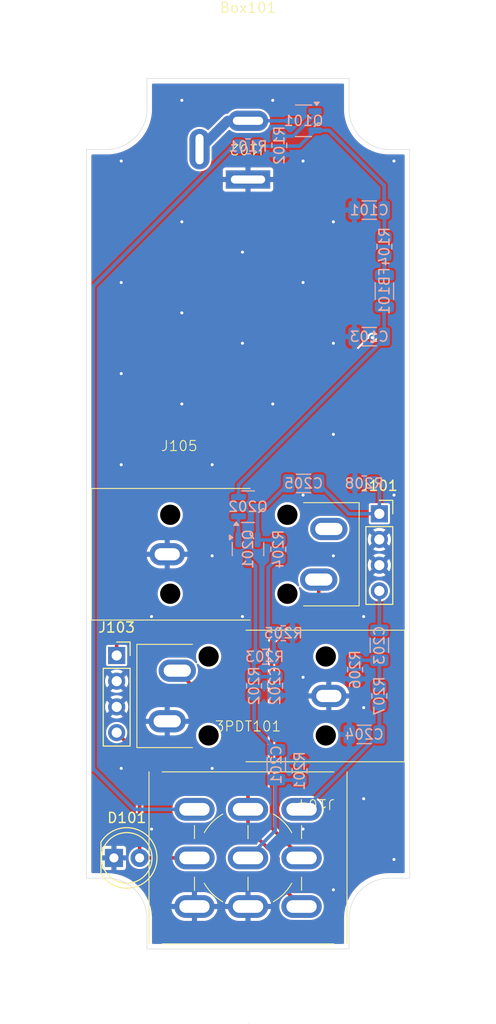
<source format=kicad_pcb>
(kicad_pcb (version 20241229) (generator "pcbnew") (generator_version "9.0")
  (layers (0 "F.Cu" jumper) (2 "B.Cu" signal) (13 "F.Paste" user) (15 "B.Paste" user) (5 "F.SilkS" user "F.Silkscreen") (7 "B.SilkS" user "B.Silkscreen") (1 "F.Mask" user) (3 "B.Mask" user) (25 "Edge.Cuts" user))
  (net 0 "")
  (net 1 "VIN")
  (net 2 "GND")
  (net 3 "IN^{EFF}")
  (net 4 "IN^{CONN}")
  (net 5 "OUT^{CONN}")
  (net 6 "PWRIN")
  (net 7 "INPUT")
  (net 8 "OUTPUT")
  (net 9 "Net-(3PDT101A-A1)")
  (net 10 "LEDPWR")
  (net 11 "OUT^{EFF}")
  (net 12 "Net-(Q201-G)")
  (net 13 "Net-(C203-Pad2)")
  (net 14 "+VA")
  (net 15 "Net-(Q201-S)")
  (net 16 "Net-(FB101-Pad1)")
  (net 18 "Net-(Q101-G)")
  (net 19 "Net-(Q201-D)")
  (net 20 "Net-(R203-Pad2)")
  (net 21 "Net-(C201-Pad2)")
  (footprint "Mylib:CK-6.35" (layer "F.Cu") (at 92 104)
    (property "Reference" "J105" (at 1.2 -10.7 0) (layer "F.SilkS") (effects (font (thickness 0.1))))
    (property "Value" "Output")
    (fp_line (start -7.5 -6.5) (end -7.5 6.5) (stroke (width 0.1)) (layer "F.SilkS"))
    (fp_line (start -7.5 -6.5) (end 8.2 -6.5) (stroke (width 0.1)) (layer "F.SilkS"))
    (fp_line (start -7.5 6.5) (end 8.2 6.5) (stroke (width 0.1)) (layer "F.SilkS"))
    (fp_line (start 13.5 -5.1) (end 19 -5.1) (stroke (width 0.1)) (layer "F.SilkS"))
    (fp_line (start 19 -5.1) (end 19 5.1) (stroke (width 0.1)) (layer "F.SilkS"))
    (fp_line (start 19 5.1) (end 13.5 5.1) (stroke (width 0.1)) (layer "F.SilkS"))
    (pad "" np_thru_hole circle (at 0.3 -3.9) (size 2.54 2.54) (drill 2) (layers "*.Mask"))
    (pad "" np_thru_hole circle (at 0.3 3.9) (size 2.54 2.54) (drill 2) (layers "*.Mask"))
    (pad "" np_thru_hole circle (at 11.9 -3.9) (size 2.54 2.54) (drill 2) (layers "*.Mask"))
    (pad "" np_thru_hole circle (at 11.9 3.9) (size 2.54 2.54) (drill 2) (layers "*.Mask"))
    (pad "S" thru_hole oval (at 0 0) (size 3.5 2.2) (drill oval 2.5 1.2) (layers "*.Cu" "*.Mask") (net 2 "GND"))
    (pad "T" thru_hole oval (at 15 2.5) (size 3.7 2.2) (drill oval 2.7 1.2) (layers "*.Cu" "*.Mask") (net 5 "OUT^{CONN}"))
    (pad "TN" thru_hole oval (at 16 -2.5) (size 3.7 2.2) (drill oval 2.7 1.2) (layers "*.Cu" "*.Mask"))
  )
  (footprint "Connector_PinSocket_2.54mm:PinSocket_1x04_P2.54mm_Vertical" (layer "F.Cu") (at 87 114)
    (property "Reference" "J103" (at 0 -2.77 0) (layer "F.SilkS"))
    (property "Value" "Conn_01x04_Pin")
    (fp_line (start -1.33 1.27) (end -1.33 8.95) (stroke (width 0.12)) (layer "F.SilkS"))
    (fp_line (start -1.33 1.27) (end 1.33 1.27) (stroke (width 0.12)) (layer "F.SilkS"))
    (fp_line (start -1.33 8.95) (end 1.33 8.95) (stroke (width 0.12)) (layer "F.SilkS"))
    (fp_line (start 0 -1.33) (end 1.33 -1.33) (stroke (width 0.12)) (layer "F.SilkS"))
    (fp_line (start 1.33 -1.33) (end 1.33 0) (stroke (width 0.12)) (layer "F.SilkS"))
    (fp_line (start 1.33 1.27) (end 1.33 8.95) (stroke (width 0.12)) (layer "F.SilkS"))
    (pad "1" thru_hole rect (at 0 0) (size 1.7 1.7) (drill 1) (layers "*.Cu" "*.Mask") (net 14 "+VA"))
    (pad "2" thru_hole circle (at 0 2.54) (size 1.7 1.7) (drill 1) (layers "*.Cu" "*.Mask") (net 2 "GND"))
    (pad "3" thru_hole circle (at 0 5.08) (size 1.7 1.7) (drill 1) (layers "*.Cu" "*.Mask") (net 2 "GND"))
    (pad "4" thru_hole circle (at 0 7.62) (size 1.7 1.7) (drill 1) (layers "*.Cu" "*.Mask") (net 10 "LEDPWR"))
  )
  (footprint "Connector_PinSocket_2.54mm:PinSocket_1x04_P2.54mm_Vertical" (layer "F.Cu") (at 113 100)
    (property "Reference" "J101" (at 0 -2.77 0) (layer "F.SilkS"))
    (property "Value" "Conn_01x04_Pin")
    (fp_line (start -1.33 1.27) (end -1.33 8.95) (stroke (width 0.12)) (layer "F.SilkS"))
    (fp_line (start -1.33 1.27) (end 1.33 1.27) (stroke (width 0.12)) (layer "F.SilkS"))
    (fp_line (start -1.33 8.95) (end 1.33 8.95) (stroke (width 0.12)) (layer "F.SilkS"))
    (fp_line (start 0 -1.33) (end 1.33 -1.33) (stroke (width 0.12)) (layer "F.SilkS"))
    (fp_line (start 1.33 -1.33) (end 1.33 0) (stroke (width 0.12)) (layer "F.SilkS"))
    (fp_line (start 1.33 1.27) (end 1.33 8.95) (stroke (width 0.12)) (layer "F.SilkS"))
    (pad "1" thru_hole rect (at 0 0) (size 1.7 1.7) (drill 1) (layers "*.Cu" "*.Mask") (net 3 "IN^{EFF}"))
    (pad "2" thru_hole circle (at 0 2.54) (size 1.7 1.7) (drill 1) (layers "*.Cu" "*.Mask") (net 2 "GND"))
    (pad "3" thru_hole circle (at 0 5.08) (size 1.7 1.7) (drill 1) (layers "*.Cu" "*.Mask") (net 2 "GND"))
    (pad "4" thru_hole circle (at 0 7.62) (size 1.7 1.7) (drill 1) (layers "*.Cu" "*.Mask") (net 11 "OUT^{EFF}"))
  )
  (footprint "Mylib:Wurth WR-DC 2.1mm Power Jack" (layer "F.Cu") (at 100 67 180)
    (property "Reference" "J102" (at 0 3 180) (layer "F.SilkS") (effects (font (thickness 0.1))))
    (property "Value" "Barrel_Jack_Switch")
    (pad "1" thru_hole rect (at 0 0.025 180) (size 4.4 1.8) (drill oval 3.4 0.8) (layers "*.Cu" "*.Mask") (net 2 "GND"))
    (pad "2" thru_hole oval (at 0 5.825 180) (size 4 2) (drill oval 3 0.8) (layers "*.Cu" "*.Mask") (net 6 "PWRIN"))
    (pad "3" thru_hole oval (at 4.8 3.025 180) (size 2 4) (drill oval 0.8 3) (layers "*.Cu" "*.Mask") (net 6 "PWRIN"))
  )
  (footprint "Mylib:1590A" (layer "F.Cu") (at 100 100)
    (property "Reference" "Box101" (at 0 -50 0) (layer "F.SilkS") (effects (font (thickness 0.1))))
    (property "Value" "1590A")
    (fp_line (start 0.05 50.375) (end 0.05 50.375) (stroke (width 0.1)) (layer "F.SilkS"))
  )
  (footprint "Mylib:3PDT-Stomp-Switch" (layer "F.Cu") (at 100 134)
    (property "Reference" "3PDT101" (at 0 -13 0) (layer "F.SilkS") (effects (font (thickness 0.1))))
    (property "Value" "~")
    (fp_line (start -9.8 -8.5) (end -9.8 8.5) (stroke (width 0.1)) (layer "F.SilkS"))
    (fp_line (start -8.5 -8.5) (end 8.5 -8.5) (stroke (width 0.1)) (layer "F.SilkS"))
    (fp_line (start -8.5 8.5) (end 8.5 8.5) (stroke (width 0.1)) (layer "F.SilkS"))
    (fp_line (start -5.3 -3.2) (end -5.3 -1.9) (stroke (width 0.1)) (layer "F.SilkS"))
    (fp_line (start -5.3 1.9) (end -5.3 3.2) (stroke (width 0.1)) (layer "F.SilkS"))
    (fp_line (start 0 -3.2) (end 0 -1.9) (stroke (width 0.1)) (layer "F.SilkS"))
    (fp_line (start 0 1.9) (end 0 3.2) (stroke (width 0.1)) (layer "F.SilkS"))
    (fp_line (start 5.3 -3.2) (end 5.3 -1.9) (stroke (width 0.1)) (layer "F.SilkS"))
    (fp_line (start 5.3 1.9) (end 5.3 3.2) (stroke (width 0.1)) (layer "F.SilkS"))
    (fp_line (start 9.8 -8.5) (end 9.8 8.5) (stroke (width 0.1)) (layer "F.SilkS"))
    (fp_arc (start -4.33 -2.5) (mid -3.535462 -3.535462) (end -2.5 -4.33) (stroke (width 0.1)) (layer "F.SilkS"))
    (fp_arc (start -2.5 4.33) (mid -3.535462 3.535462) (end -4.33 2.5) (stroke (width 0.1)) (layer "F.SilkS"))
    (fp_arc (start 2.5 -4.33) (mid 3.535462 -3.535462) (end 4.33 -2.5) (stroke (width 0.1)) (layer "F.SilkS"))
    (fp_arc (start 4.33 2.5) (mid 3.535462 3.535462) (end 2.5 4.33) (stroke (width 0.1)) (layer "F.SilkS"))
    (pad "1" thru_hole oval (at -5.3 -4.8) (size 4 2.25) (drill oval 3 1.25) (layers "*.Cu" "*.Mask") (net 9 "Net-(3PDT101A-A1)"))
    (pad "2" thru_hole oval (at -5.3 0) (size 4 2.25) (drill oval 3 1.25) (layers "*.Cu" "*.Mask") (net 10 "LEDPWR"))
    (pad "3" thru_hole oval (at -5.3 4.8) (size 4 2.25) (drill oval 3 1.25) (layers "*.Cu" "*.Mask") (net 2 "GND"))
    (pad "4" thru_hole oval (at 0 -4.8) (size 4 2.25) (drill oval 3 1.25) (layers "*.Cu" "*.Mask") (net 4 "IN^{CONN}"))
    (pad "5" thru_hole oval (at 0 0) (size 4 2.25) (drill oval 3 1.25) (layers "*.Cu" "*.Mask") (net 7 "INPUT"))
    (pad "6" thru_hole oval (at 0 4.8) (size 4 2.25) (drill oval 3 1.25) (layers "*.Cu" "*.Mask") (net 2 "GND"))
    (pad "7" thru_hole oval (at 5.3 -4.8) (size 4 2.25) (drill oval 3 1.25) (layers "*.Cu" "*.Mask") (net 8 "OUTPUT"))
    (pad "8" thru_hole oval (at 5.3 0) (size 4 2.25) (drill oval 3 1.25) (layers "*.Cu" "*.Mask") (net 5 "OUT^{CONN}"))
    (pad "9" thru_hole oval (at 5.3 4.8) (size 4 2.25) (drill oval 3 1.25) (layers "*.Cu" "*.Mask") (net 4 "IN^{CONN}"))
  )
  (footprint "Mylib:CK-6.35" (layer "F.Cu") (at 108 118 180)
    (property "Reference" "J104" (at 1.2 -10.7 180) (layer "F.SilkS") (effects (font (thickness 0.1))))
    (property "Value" "Input")
    (fp_line (start 19 5.1) (end 13.5 5.1) (stroke (width 0.1)) (layer "F.SilkS"))
    (fp_line (start 19 -5.1) (end 19 5.1) (stroke (width 0.1)) (layer "F.SilkS"))
    (fp_line (start 13.5 -5.1) (end 19 -5.1) (stroke (width 0.1)) (layer "F.SilkS"))
    (fp_line (start -7.5 6.5) (end 8.2 6.5) (stroke (width 0.1)) (layer "F.SilkS"))
    (fp_line (start -7.5 -6.5) (end 8.2 -6.5) (stroke (width 0.1)) (layer "F.SilkS"))
    (fp_line (start -7.5 -6.5) (end -7.5 6.5) (stroke (width 0.1)) (layer "F.SilkS"))
    (pad "" np_thru_hole circle (at 0.3 -3.9 180) (size 2.54 2.54) (drill 2) (layers "*.Mask"))
    (pad "" np_thru_hole circle (at 0.3 3.9 180) (size 2.54 2.54) (drill 2) (layers "*.Mask"))
    (pad "" np_thru_hole circle (at 11.9 -3.9 180) (size 2.54 2.54) (drill 2) (layers "*.Mask"))
    (pad "" np_thru_hole circle (at 11.9 3.9 180) (size 2.54 2.54) (drill 2) (layers "*.Mask"))
    (pad "S" thru_hole oval (at 0 0 180) (size 3.5 2.2) (drill oval 2.5 1.2) (layers "*.Cu" "*.Mask") (net 2 "GND"))
    (pad "T" thru_hole oval (at 15 2.5 180) (size 3.7 2.2) (drill oval 2.7 1.2) (layers "*.Cu" "*.Mask") (net 4 "IN^{CONN}"))
    (pad "TN" thru_hole oval (at 16 -2.5 180) (size 3.7 2.2) (drill oval 2.7 1.2) (layers "*.Cu" "*.Mask") (net 2 "GND"))
  )
  (footprint "LED_THT:LED_D5.0mm" (layer "F.Cu") (at 86.73 134)
    (property "Reference" "D101" (at 1.27 -3.96 0) (layer "F.SilkS"))
    (property "Value" "LED")
    (fp_line (start -1.29 -1.545) (end -1.29 1.545) (stroke (width 0.12)) (layer "F.SilkS"))
    (fp_arc (start -1.29 -1.54483) (mid 2.071779 -2.880495) (end 4.26 0) (stroke (width 0.12)) (layer "F.SilkS"))
    (fp_arc (start 4.26 0) (mid 2.071779 2.880495) (end -1.29 1.54483) (stroke (width 0.12)) (layer "F.SilkS"))
    (fp_circle (center 1.27 0) (end 3.77 0) (stroke (width 0.12)) (fill no) (layer "F.SilkS"))
    (pad "1" thru_hole rect (at 0 0) (size 1.8 1.8) (drill 0.9) (layers "*.Cu" "*.Mask") (net 2 "GND"))
    (pad "2" thru_hole circle (at 2.54 0) (size 1.8 1.8) (drill 0.9) (layers "*.Cu" "*.Mask") (net 10 "LEDPWR"))
  )
  (footprint "Inductor_SMD:L_1206_3216Metric" (layer "B.Cu") (at 113.5 78 -90)
    (property "Reference" "FB101" (at 0 0 90) (layer "B.SilkS") (effects (justify mirror)))
    (property "Value" "FerriteBead")
    (fp_line (start -0.835242 0.91) (end 0.835242 0.91) (stroke (width 0.12)) (layer "B.SilkS"))
    (fp_line (start -0.835242 -0.91) (end 0.835242 -0.91) (stroke (width 0.12)) (layer "B.SilkS"))
    (pad "1" smd roundrect (at -1.575 0 270) (size 1.05 1.9) (layers "B.Cu" "B.Mask" "B.Paste") (roundrect_rratio 0.238095) (net 16 "Net-(FB101-Pad1)"))
    (pad "2" smd roundrect (at 1.575 0 270) (size 1.05 1.9) (layers "B.Cu" "B.Mask" "B.Paste") (roundrect_rratio 0.238095) (net 14 "+VA"))
  )
  (footprint "Resistor_SMD:R_0805_2012Metric" (layer "B.Cu") (at 100 63.7)
    (property "Reference" "R101" (at 0 0 180) (layer "B.SilkS") (effects (justify mirror)))
    (property "Value" "3k3")
    (fp_line (start -0.227064 -0.735) (end 0.227064 -0.735) (stroke (width 0.12)) (layer "B.SilkS"))
    (fp_line (start -0.227064 0.735) (end 0.227064 0.735) (stroke (width 0.12)) (layer "B.SilkS"))
    (pad "1" smd roundrect (at -0.9125 0) (size 1.025 1.4) (layers "B.Cu" "B.Mask" "B.Paste") (roundrect_rratio 0.243902) (net 9 "Net-(3PDT101A-A1)"))
    (pad "2" smd roundrect (at 0.9125 0) (size 1.025 1.4) (layers "B.Cu" "B.Mask" "B.Paste") (roundrect_rratio 0.243902) (net 1 "VIN"))
  )
  (footprint "Capacitor_SMD:C_1206_3216Metric" (layer "B.Cu") (at 102.8 124.8 90)
    (property "Reference" "C201" (at 0 0 270) (layer "B.SilkS") (effects (justify mirror)))
    (property "Value" "1uF")
    (fp_line (start -0.711252 -0.91) (end 0.711252 -0.91) (stroke (width 0.12)) (layer "B.SilkS"))
    (fp_line (start -0.711252 0.91) (end 0.711252 0.91) (stroke (width 0.12)) (layer "B.SilkS"))
    (pad "1" smd roundrect (at -1.475 0 90) (size 1.15 1.8) (layers "B.Cu" "B.Mask" "B.Paste") (roundrect_rratio 0.217391) (net 7 "INPUT"))
    (pad "2" smd roundrect (at 1.475 0 90) (size 1.15 1.8) (layers "B.Cu" "B.Mask" "B.Paste") (roundrect_rratio 0.217391) (net 21 "Net-(C201-Pad2)"))
  )
  (footprint "Capacitor_SMD:C_1206_3216Metric" (layer "B.Cu") (at 112 82.5 180)
    (property "Reference" "C103" (at 0 0 0) (layer "B.SilkS") (effects (justify mirror)))
    (property "Value" "22uF")
    (fp_line (start -0.711252 0.91) (end 0.711252 0.91) (stroke (width 0.12)) (layer "B.SilkS"))
    (fp_line (start -0.711252 -0.91) (end 0.711252 -0.91) (stroke (width 0.12)) (layer "B.SilkS"))
    (pad "1" smd roundrect (at -1.475 0 180) (size 1.15 1.8) (layers "B.Cu" "B.Mask" "B.Paste") (roundrect_rratio 0.217391) (net 14 "+VA"))
    (pad "2" smd roundrect (at 1.475 0 180) (size 1.15 1.8) (layers "B.Cu" "B.Mask" "B.Paste") (roundrect_rratio 0.217391) (net 2 "GND"))
  )
  (footprint "Resistor_SMD:R_0805_2012Metric" (layer "B.Cu") (at 103 103.5 -90)
    (property "Reference" "R204" (at 0 0 90) (layer "B.SilkS") (effects (justify mirror)))
    (property "Value" "2k2")
    (fp_line (start -0.227064 0.735) (end 0.227064 0.735) (stroke (width 0.12)) (layer "B.SilkS"))
    (fp_line (start -0.227064 -0.735) (end 0.227064 -0.735) (stroke (width 0.12)) (layer "B.SilkS"))
    (pad "1" smd roundrect (at -0.9125 0 270) (size 1.025 1.4) (layers "B.Cu" "B.Mask" "B.Paste") (roundrect_rratio 0.243902) (net 15 "Net-(Q201-S)"))
    (pad "2" smd roundrect (at 0.9125 0 270) (size 1.025 1.4) (layers "B.Cu" "B.Mask" "B.Paste") (roundrect_rratio 0.243902) (net 20 "Net-(R203-Pad2)"))
  )
  (footprint "Capacitor_SMD:C_1206_3216Metric" (layer "B.Cu") (at 112 70 180)
    (property "Reference" "C101" (at 0 0 0) (layer "B.SilkS") (effects (justify mirror)))
    (property "Value" "22uF")
    (fp_line (start -0.711252 0.91) (end 0.711252 0.91) (stroke (width 0.12)) (layer "B.SilkS"))
    (fp_line (start -0.711252 -0.91) (end 0.711252 -0.91) (stroke (width 0.12)) (layer "B.SilkS"))
    (pad "1" smd roundrect (at -1.475 0 180) (size 1.15 1.8) (layers "B.Cu" "B.Mask" "B.Paste") (roundrect_rratio 0.217391) (net 1 "VIN"))
    (pad "2" smd roundrect (at 1.475 0 180) (size 1.15 1.8) (layers "B.Cu" "B.Mask" "B.Paste") (roundrect_rratio 0.217391) (net 2 "GND"))
  )
  (footprint "Capacitor_SMD:C_0805_2012Metric" (layer "B.Cu") (at 102.68 117 -90)
    (property "Reference" "C202" (at 0 0 90) (layer "B.SilkS") (effects (justify mirror)))
    (property "Value" "150pF")
    (fp_line (start -0.261252 0.735) (end 0.261252 0.735) (stroke (width 0.12)) (layer "B.SilkS"))
    (fp_line (start -0.261252 -0.735) (end 0.261252 -0.735) (stroke (width 0.12)) (layer "B.SilkS"))
    (pad "1" smd roundrect (at -0.95 0 270) (size 1 1.45) (layers "B.Cu" "B.Mask" "B.Paste") (net 12 "Net-(Q201-G)"))
    (pad "2" smd roundrect (at 0.95 0 270) (size 1 1.45) (layers "B.Cu" "B.Mask" "B.Paste") (net 2 "GND"))
  )
  (footprint "Capacitor_SMD:C_1206_3216Metric" (layer "B.Cu") (at 105.5 97)
    (property "Reference" "C205" (at 0 0 180) (layer "B.SilkS") (effects (justify mirror)))
    (property "Value" "1uF")
    (fp_line (start -0.711252 -0.91) (end 0.711252 -0.91) (stroke (width 0.12)) (layer "B.SilkS"))
    (fp_line (start -0.711252 0.91) (end 0.711252 0.91) (stroke (width 0.12)) (layer "B.SilkS"))
    (pad "1" smd roundrect (at -1.475 0) (size 1.15 1.8) (layers "B.Cu" "B.Mask" "B.Paste") (roundrect_rratio 0.217391) (net 15 "Net-(Q201-S)"))
    (pad "2" smd roundrect (at 1.475 0) (size 1.15 1.8) (layers "B.Cu" "B.Mask" "B.Paste") (roundrect_rratio 0.217391) (net 3 "IN^{EFF}"))
  )
  (footprint "Resistor_SMD:R_0805_2012Metric" (layer "B.Cu") (at 113.5 73.6 -90)
    (property "Reference" "R104" (at 0 0 90) (layer "B.SilkS") (effects (justify mirror)))
    (property "Value" "100R")
    (fp_line (start -0.227064 0.735) (end 0.227064 0.735) (stroke (width 0.12)) (layer "B.SilkS"))
    (fp_line (start -0.227064 -0.735) (end 0.227064 -0.735) (stroke (width 0.12)) (layer "B.SilkS"))
    (pad "1" smd roundrect (at -0.9125 0 270) (size 1.025 1.4) (layers "B.Cu" "B.Mask" "B.Paste") (roundrect_rratio 0.243902) (net 1 "VIN"))
    (pad "2" smd roundrect (at 0.9125 0 270) (size 1.025 1.4) (layers "B.Cu" "B.Mask" "B.Paste") (roundrect_rratio 0.243902) (net 16 "Net-(FB101-Pad1)"))
  )
  (footprint "Resistor_SMD:R_0805_2012Metric" (layer "B.Cu") (at 101.65 114.12)
    (property "Reference" "R203" (at 0 0 180) (layer "B.SilkS") (effects (justify mirror)))
    (property "Value" "1MEG")
    (fp_line (start -0.227064 -0.735) (end 0.227064 -0.735) (stroke (width 0.12)) (layer "B.SilkS"))
    (fp_line (start -0.227064 0.735) (end 0.227064 0.735) (stroke (width 0.12)) (layer "B.SilkS"))
    (pad "1" smd roundrect (at -0.9125 0) (size 1.025 1.4) (layers "B.Cu" "B.Mask" "B.Paste") (roundrect_rratio 0.243902) (net 12 "Net-(Q201-G)"))
    (pad "2" smd roundrect (at 0.9125 0) (size 1.025 1.4) (layers "B.Cu" "B.Mask" "B.Paste") (roundrect_rratio 0.243902) (net 20 "Net-(R203-Pad2)"))
  )
  (footprint "Capacitor_SMD:C_1206_3216Metric" (layer "B.Cu") (at 111.5 121.8)
    (property "Reference" "C204" (at 0 0 180) (layer "B.SilkS") (effects (justify mirror)))
    (property "Value" "1nF")
    (fp_line (start -0.711252 -0.91) (end 0.711252 -0.91) (stroke (width 0.12)) (layer "B.SilkS"))
    (fp_line (start -0.711252 0.91) (end 0.711252 0.91) (stroke (width 0.12)) (layer "B.SilkS"))
    (pad "1" smd roundrect (at -1.475 0) (size 1.15 1.8) (layers "B.Cu" "B.Mask" "B.Paste") (roundrect_rratio 0.217391) (net 2 "GND"))
    (pad "2" smd roundrect (at 1.475 0) (size 1.15 1.8) (layers "B.Cu" "B.Mask" "B.Paste") (roundrect_rratio 0.217391) (net 8 "OUTPUT"))
  )
  (footprint "Resistor_SMD:R_0805_2012Metric" (layer "B.Cu") (at 111.5 97 180)
    (property "Reference" "R208" (at 0 0 0) (layer "B.SilkS") (effects (justify mirror)))
    (property "Value" "1MEG")
    (fp_line (start -0.227064 0.735) (end 0.227064 0.735) (stroke (width 0.12)) (layer "B.SilkS"))
    (fp_line (start -0.227064 -0.735) (end 0.227064 -0.735) (stroke (width 0.12)) (layer "B.SilkS"))
    (pad "1" smd roundrect (at -0.9125 0 180) (size 1.025 1.4) (layers "B.Cu" "B.Mask" "B.Paste") (roundrect_rratio 0.243902) (net 3 "IN^{EFF}"))
    (pad "2" smd roundrect (at 0.9125 0 180) (size 1.025 1.4) (layers "B.Cu" "B.Mask" "B.Paste") (roundrect_rratio 0.243902) (net 2 "GND"))
  )
  (footprint "Resistor_SMD:R_0805_2012Metric" (layer "B.Cu") (at 105.1 125.4 90)
    (property "Reference" "R201" (at 0 0 270) (layer "B.SilkS") (effects (justify mirror)))
    (property "Value" "1MEG")
    (fp_line (start -0.227064 -0.735) (end 0.227064 -0.735) (stroke (width 0.12)) (layer "B.SilkS"))
    (fp_line (start -0.227064 0.735) (end 0.227064 0.735) (stroke (width 0.12)) (layer "B.SilkS"))
    (pad "1" smd roundrect (at -0.9125 0 90) (size 1.025 1.4) (layers "B.Cu" "B.Mask" "B.Paste") (roundrect_rratio 0.243902) (net 7 "INPUT"))
    (pad "2" smd roundrect (at 0.9125 0 90) (size 1.025 1.4) (layers "B.Cu" "B.Mask" "B.Paste") (roundrect_rratio 0.243902) (net 2 "GND"))
  )
  (footprint "Resistor_SMD:R_0805_2012Metric" (layer "B.Cu") (at 110.6 115.4 -90)
    (property "Reference" "R206" (at 0 0 90) (layer "B.SilkS") (effects (justify mirror)))
    (property "Value" "1MEG")
    (fp_line (start -0.227064 0.735) (end 0.227064 0.735) (stroke (width 0.12)) (layer "B.SilkS"))
    (fp_line (start -0.227064 -0.735) (end 0.227064 -0.735) (stroke (width 0.12)) (layer "B.SilkS"))
    (pad "1" smd roundrect (at -0.9125 0 270) (size 1.025 1.4) (layers "B.Cu" "B.Mask" "B.Paste") (roundrect_rratio 0.243902) (net 13 "Net-(C203-Pad2)"))
    (pad "2" smd roundrect (at 0.9125 0 270) (size 1.025 1.4) (layers "B.Cu" "B.Mask" "B.Paste") (roundrect_rratio 0.243902) (net 2 "GND"))
  )
  (footprint "Package_TO_SOT_SMD:SOT-23-3" (layer "B.Cu") (at 105.5 61.175 180)
    (property "Reference" "Q101" (at 0 0 0) (layer "B.SilkS") (effects (justify mirror)))
    (property "Value" "PMV250")
    (fp_line (start 0 1.56) (end 0.8 1.56) (stroke (width 0.12)) (layer "B.SilkS"))
    (fp_line (start 0 1.56) (end -0.8 1.56) (stroke (width 0.12)) (layer "B.SilkS"))
    (fp_line (start 0 -1.56) (end 0.8 -1.56) (stroke (width 0.12)) (layer "B.SilkS"))
    (fp_line (start 0 -1.56) (end -0.8 -1.56) (stroke (width 0.12)) (layer "B.SilkS"))
    (fp_poly (pts (xy -1.3 1.51) (xy -1.54 1.84) (xy -1.06 1.84)) (stroke (width 0.12)) (fill yes) (layer "B.SilkS"))
    (pad "1" smd roundrect (at -1.1375 0.95 180) (size 1.325 0.6) (layers "B.Cu" "B.Mask" "B.Paste") (net 18 "Net-(Q101-G)"))
    (pad "2" smd roundrect (at -1.1375 -0.95 180) (size 1.325 0.6) (layers "B.Cu" "B.Mask" "B.Paste") (net 1 "VIN"))
    (pad "3" smd roundrect (at 1.1375 0 180) (size 1.325 0.6) (layers "B.Cu" "B.Mask" "B.Paste") (net 6 "PWRIN"))
  )
  (footprint "Package_TO_SOT_SMD:SOT-23" (layer "B.Cu") (at 100 99.3)
    (property "Reference" "Q202" (at 0 0 180) (layer "B.SilkS") (effects (justify mirror)))
    (property "Value" "BC857C")
    (fp_line (start 0 -1.56) (end -0.65 -1.56) (stroke (width 0.12)) (layer "B.SilkS"))
    (fp_line (start 0 -1.56) (end 0.65 -1.56) (stroke (width 0.12)) (layer "B.SilkS"))
    (fp_line (start 0 1.56) (end -0.65 1.56) (stroke (width 0.12)) (layer "B.SilkS"))
    (fp_line (start 0 1.56) (end 0.65 1.56) (stroke (width 0.12)) (layer "B.SilkS"))
    (fp_poly (pts (xy -1.1625 1.51) (xy -1.4025 1.84) (xy -0.9225 1.84)) (stroke (width 0.12)) (fill yes) (layer "B.SilkS"))
    (pad "1" smd roundrect (at -0.9375 0.95) (size 1.475 0.6) (layers "B.Cu" "B.Mask" "B.Paste") (net 19 "Net-(Q201-D)"))
    (pad "2" smd roundrect (at -0.9375 -0.95) (size 1.475 0.6) (layers "B.Cu" "B.Mask" "B.Paste") (net 14 "+VA"))
    (pad "3" smd roundrect (at 0.9375 0) (size 1.475 0.6) (layers "B.Cu" "B.Mask" "B.Paste") (net 15 "Net-(Q201-S)"))
  )
  (footprint "Capacitor_SMD:C_1206_3216Metric" (layer "B.Cu") (at 113 113 -90)
    (property "Reference" "C203" (at 0 0 90) (layer "B.SilkS") (effects (justify mirror)))
    (property "Value" "1uF")
    (fp_line (start -0.711252 0.91) (end 0.711252 0.91) (stroke (width 0.12)) (layer "B.SilkS"))
    (fp_line (start -0.711252 -0.91) (end 0.711252 -0.91) (stroke (width 0.12)) (layer "B.SilkS"))
    (pad "1" smd roundrect (at -1.475 0 270) (size 1.15 1.8) (layers "B.Cu" "B.Mask" "B.Paste") (roundrect_rratio 0.217391) (net 11 "OUT^{EFF}"))
    (pad "2" smd roundrect (at 1.475 0 270) (size 1.15 1.8) (layers "B.Cu" "B.Mask" "B.Paste") (roundrect_rratio 0.217391) (net 13 "Net-(C203-Pad2)"))
  )
  (footprint "Resistor_SMD:R_0805_2012Metric" (layer "B.Cu") (at 103.5 111.8)
    (property "Reference" "R205" (at 0 0 180) (layer "B.SilkS") (effects (justify mirror)))
    (property "Value" "2k2")
    (fp_line (start -0.227064 -0.735) (end 0.227064 -0.735) (stroke (width 0.12)) (layer "B.SilkS"))
    (fp_line (start -0.227064 0.735) (end 0.227064 0.735) (stroke (width 0.12)) (layer "B.SilkS"))
    (pad "1" smd roundrect (at -0.9125 0) (size 1.025 1.4) (layers "B.Cu" "B.Mask" "B.Paste") (roundrect_rratio 0.243902) (net 20 "Net-(R203-Pad2)"))
    (pad "2" smd roundrect (at 0.9125 0) (size 1.025 1.4) (layers "B.Cu" "B.Mask" "B.Paste") (roundrect_rratio 0.243902) (net 2 "GND"))
  )
  (footprint "Resistor_SMD:R_0805_2012Metric" (layer "B.Cu") (at 103.1 63.6 -90)
    (property "Reference" "R102" (at 0 0 90) (layer "B.SilkS") (effects (justify mirror)))
    (property "Value" "100k")
    (fp_line (start -0.227064 0.735) (end 0.227064 0.735) (stroke (width 0.12)) (layer "B.SilkS"))
    (fp_line (start -0.227064 -0.735) (end 0.227064 -0.735) (stroke (width 0.12)) (layer "B.SilkS"))
    (pad "1" smd roundrect (at -0.9125 0 270) (size 1.025 1.4) (layers "B.Cu" "B.Mask" "B.Paste") (roundrect_rratio 0.243902) (net 18 "Net-(Q101-G)"))
    (pad "2" smd roundrect (at 0.9125 0 270) (size 1.025 1.4) (layers "B.Cu" "B.Mask" "B.Paste") (roundrect_rratio 0.243902) (net 2 "GND"))
  )
  (footprint "Resistor_SMD:R_0805_2012Metric" (layer "B.Cu") (at 100.6 117 90)
    (property "Reference" "R202" (at 0 0 270) (layer "B.SilkS") (effects (justify mirror)))
    (property "Value" "1k")
    (fp_line (start -0.227064 -0.735) (end 0.227064 -0.735) (stroke (width 0.12)) (layer "B.SilkS"))
    (fp_line (start -0.227064 0.735) (end 0.227064 0.735) (stroke (width 0.12)) (layer "B.SilkS"))
    (pad "1" smd roundrect (at -0.9125 0 90) (size 1.025 1.4) (layers "B.Cu" "B.Mask" "B.Paste") (roundrect_rratio 0.243902) (net 21 "Net-(C201-Pad2)"))
    (pad "2" smd roundrect (at 0.9125 0 90) (size 1.025 1.4) (layers "B.Cu" "B.Mask" "B.Paste") (roundrect_rratio 0.243902) (net 12 "Net-(Q201-G)"))
  )
  (footprint "Resistor_SMD:R_0805_2012Metric" (layer "B.Cu") (at 113 118 -90)
    (property "Reference" "R207" (at 0 0 90) (layer "B.SilkS") (effects (justify mirror)))
    (property "Value" "3k3")
    (fp_line (start -0.227064 0.735) (end 0.227064 0.735) (stroke (width 0.12)) (layer "B.SilkS"))
    (fp_line (start -0.227064 -0.735) (end 0.227064 -0.735) (stroke (width 0.12)) (layer "B.SilkS"))
    (pad "1" smd roundrect (at -0.9125 0 270) (size 1.025 1.4) (layers "B.Cu" "B.Mask" "B.Paste") (roundrect_rratio 0.243902) (net 13 "Net-(C203-Pad2)"))
    (pad "2" smd roundrect (at 0.9125 0 270) (size 1.025 1.4) (layers "B.Cu" "B.Mask" "B.Paste") (roundrect_rratio 0.243902) (net 8 "OUTPUT"))
  )
  (footprint "Package_TO_SOT_SMD:SOT-23" (layer "B.Cu") (at 100 103.5 -90)
    (property "Reference" "Q201" (at 0 0 90) (layer "B.SilkS") (effects (justify mirror)))
    (property "Value" "MMBF5103")
    (fp_line (start 0 1.56) (end -0.65 1.56) (stroke (width 0.12)) (layer "B.SilkS"))
    (fp_line (start 0 1.56) (end 0.65 1.56) (stroke (width 0.12)) (layer "B.SilkS"))
    (fp_line (start 0 -1.56) (end -0.65 -1.56) (stroke (width 0.12)) (layer "B.SilkS"))
    (fp_line (start 0 -1.56) (end 0.65 -1.56) (stroke (width 0.12)) (layer "B.SilkS"))
    (fp_poly (pts (xy -1.1625 1.51) (xy -1.4025 1.84) (xy -0.9225 1.84)) (stroke (width 0.12)) (fill yes) (layer "B.SilkS"))
    (pad "1" smd roundrect (at -0.9375 0.95 270) (size 1.475 0.6) (layers "B.Cu" "B.Mask" "B.Paste") (net 19 "Net-(Q201-D)"))
    (pad "2" smd roundrect (at -0.9375 -0.95 270) (size 1.475 0.6) (layers "B.Cu" "B.Mask" "B.Paste") (net 15 "Net-(Q201-S)"))
    (pad "3" smd roundrect (at 0.9375 0 270) (size 1.475 0.6) (layers "B.Cu" "B.Mask" "B.Paste") (net 12 "Net-(Q201-G)"))
  )
  (gr_line (start 110 143) (end 110 140) (stroke (width 0.05)) (layer "Edge.Cuts"))
  (gr_line (start 90 143) (end 110 143) (stroke (width 0.05)) (layer "Edge.Cuts"))
  (gr_line (start 84 64) (end 86 64) (stroke (width 0.05)) (layer "Edge.Cuts"))
  (gr_line (start 116 136) (end 114 136) (stroke (width 0.05)) (layer "Edge.Cuts"))
  (gr_line (start 90 57) (end 110 57) (stroke (width 0.05)) (layer "Edge.Cuts"))
  (gr_line (start 110 57) (end 110 60) (stroke (width 0.05)) (layer "Edge.Cuts"))
  (gr_line (start 90 57) (end 90 60) (stroke (width 0.05)) (layer "Edge.Cuts"))
  (gr_line (start 90 143) (end 90 140) (stroke (width 0.05)) (layer "Edge.Cuts"))
  (gr_arc (start 114 64) (mid 111.171573 62.828427) (end 110 60) (stroke (width 0.05)) (layer "Edge.Cuts"))
  (gr_arc (start 90 60) (mid 88.828427 62.828427) (end 86 64) (stroke (width 0.05)) (layer "Edge.Cuts"))
  (gr_arc (start 110 140) (mid 111.171573 137.171573) (end 114 136) (stroke (width 0.05)) (layer "Edge.Cuts"))
  (gr_line (start 84 136) (end 86 136) (stroke (width 0.05)) (layer "Edge.Cuts"))
  (gr_line (start 84 136) (end 84 64) (stroke (width 0.05)) (layer "Edge.Cuts"))
  (gr_line (start 116 64) (end 114 64) (stroke (width 0.05)) (layer "Edge.Cuts"))
  (gr_arc (start 86 136) (mid 88.828427 137.171573) (end 90 140) (stroke (width 0.05)) (layer "Edge.Cuts"))
  (gr_line (start 116 136) (end 116 64) (stroke (width 0.05)) (layer "Edge.Cuts"))
  (segment (start 113.5 72.6875) (end 113.5 70.025) (width 0.35) (layer "B.Cu") (net 1))
  (segment (start 113.475 67.5625) (end 113.475 70) (width 0.35) (layer "B.Cu") (net 1))
  (segment (start 106.6375 62.125) (end 108.0375 62.125) (width 0.35) (layer "B.Cu") (net 1))
  (segment (start 100.9385 63.674) (end 105.0885 63.674) (width 0.35) (layer "B.Cu") (net 1))
  (segment (start 108.0375 62.125) (end 113.475 67.5625) (width 0.35) (layer "B.Cu") (net 1))
  (segment (start 100.9125 63.7) (end 100.9385 63.674) (width 0.35) (layer "B.Cu") (net 1))
  (segment (start 105.0885 63.674) (end 106.6375 62.125) (width 0.35) (layer "B.Cu") (net 1))
  (segment (start 113.5 70.025) (end 113.475 70) (width 0.35) (layer "B.Cu") (net 1))
  (via (at 102.45 59.15175) (size 0.6) (drill 0.3) (layers "F.Cu" "B.Cu") (net 2))
  (via (at 99.45 83.15175) (size 0.6) (drill 0.3) (layers "F.Cu" "B.Cu") (net 2))
  (via (at 90.45 131.15175) (size 0.6) (drill 0.3) (layers "F.Cu" "B.Cu") (net 2))
  (via (at 102.45 89.15175) (size 0.6) (drill 0.3) (layers "F.Cu" "B.Cu") (net 2))
  (via (at 90.45 110.15175) (size 0.6) (drill 0.3) (layers "F.Cu" "B.Cu") (net 2))
  (via (at 105.45 98.15175) (size 0.6) (drill 0.3) (layers "F.Cu" "B.Cu") (net 2))
  (via (at 105.45 77.15175) (size 0.6) (drill 0.3) (layers "F.Cu" "B.Cu") (net 2))
  (via (at 111.45 128.15175) (size 0.6) (drill 0.3) (layers "F.Cu" "B.Cu") (net 2))
  (via (at 96.45 95.15175) (size 0.6) (drill 0.3) (layers "F.Cu" "B.Cu") (net 2))
  (via (at 99.45 74.15175) (size 0.6) (drill 0.3) (layers "F.Cu" "B.Cu") (net 2))
  (via (at 87.45 86.15175) (size 0.6) (drill 0.3) (layers "F.Cu" "B.Cu") (net 2))
  (via (at 111.45 119.15175) (size 0.6) (drill 0.3) (layers "F.Cu" "B.Cu") (net 2))
  (via (at 96.45 125.15175) (size 0.6) (drill 0.3) (layers "F.Cu" "B.Cu") (net 2))
  (via (at 108.45 104.15175) (size 0.6) (drill 0.3) (layers "F.Cu" "B.Cu") (net 2))
  (via (at 108.45 83.15175) (size 0.6) (drill 0.3) (layers "F.Cu" "B.Cu") (net 2))
  (via (at 87.45 125.15175) (size 0.6) (drill 0.3) (layers "F.Cu" "B.Cu") (net 2))
  (via (at 105.45 131.15175) (size 0.6) (drill 0.3) (layers "F.Cu" "B.Cu") (net 2))
  (via (at 105.45 116.15175) (size 0.6) (drill 0.3) (layers "F.Cu" "B.Cu") (net 2))
  (via (at 96.45 104.15175) (size 0.6) (drill 0.3) (layers "F.Cu" "B.Cu") (net 2))
  (via (at 114.45 65.15175) (size 0.6) (drill 0.3) (layers "F.Cu" "B.Cu") (net 2))
  (via (at 93.45 71.15175) (size 0.6) (drill 0.3) (layers "F.Cu" "B.Cu") (net 2))
  (via (at 111.45 110.15175) (size 0.6) (drill 0.3) (layers "F.Cu" "B.Cu") (net 2))
  (via (at 87.45 95.15175) (size 0.6) (drill 0.3) (layers "F.Cu" "B.Cu") (net 2))
  (via (at 114.45 134.15175) (size 0.6) (drill 0.3) (layers "F.Cu" "B.Cu") (net 2))
  (via (at 105.45 65.15175) (size 0.6) (drill 0.3) (layers "F.Cu" "B.Cu") (net 2))
  (via (at 93.45 59.15175) (size 0.6) (drill 0.3) (layers "F.Cu" "B.Cu") (net 2))
  (via (at 93.45 89.15175) (size 0.6) (drill 0.3) (layers "F.Cu" "B.Cu") (net 2))
  (via (at 99.45 110.15175) (size 0.6) (drill 0.3) (layers "F.Cu" "B.Cu") (net 2))
  (via (at 87.45 65.15175) (size 0.6) (drill 0.3) (layers "F.Cu" "B.Cu") (net 2))
  (via (at 87.45 77.15175) (size 0.6) (drill 0.3) (layers "F.Cu" "B.Cu") (net 2))
  (via (at 114.45 98.15175) (size 0.6) (drill 0.3) (layers "F.Cu" "B.Cu") (net 2))
  (via (at 93.45 80.15175) (size 0.6) (drill 0.3) (layers "F.Cu" "B.Cu") (net 2))
  (via (at 108.45 71.15175) (size 0.6) (drill 0.3) (layers "F.Cu" "B.Cu") (net 2))
  (via (at 108.45 92.15175) (size 0.6) (drill 0.3) (layers "F.Cu" "B.Cu") (net 2))
  (via (at 108.45 137.15175) (size 0.6) (drill 0.3) (layers "F.Cu" "B.Cu") (net 2))
  (segment (start 109.975 100) (end 113 100) (width 0.35) (layer "B.Cu") (net 3))
  (segment (start 113 97.5875) (end 112.4125 97) (width 0.35) (layer "B.Cu") (net 3))
  (segment (start 113 100) (end 113 97.5875) (width 0.35) (layer "B.Cu") (net 3))
  (segment (start 106.975 97) (end 109.975 100) (width 0.35) (layer "B.Cu") (net 3))
  (segment (start 100 129.2) (end 100 131.072976) (width 0.35) (layer "F.Cu") (net 4))
  (segment (start 100 122.5) (end 93 115.5) (width 0.35) (layer "F.Cu") (net 4))
  (segment (start 102.974 134.046976) (end 102.974 136.474) (width 0.35) (layer "F.Cu") (net 4))
  (segment (start 102.974 136.474) (end 105.3 138.8) (width 0.35) (layer "F.Cu") (net 4))
  (segment (start 100 129.2) (end 100 122.5) (width 0.35) (layer "F.Cu") (net 4))
  (segment (start 100 131.072976) (end 102.974 134.046976) (width 0.35) (layer "F.Cu") (net 4))
  (segment (start 102.326 112.624) (end 107 107.95) (width 0.35) (layer "F.Cu") (net 5))
  (segment (start 102.326 131.026) (end 102.326 112.624) (width 0.35) (layer "F.Cu") (net 5))
  (segment (start 107 107.95) (end 107 106.5) (width 0.35) (layer "F.Cu") (net 5))
  (segment (start 105.3 134) (end 102.326 131.026) (width 0.35) (layer "F.Cu") (net 5))
  (segment (start 100 61.175) (end 98 61.175) (width 1) (layer "F.Cu") (net 6))
  (segment (start 98 61.175) (end 95.2 63.975) (width 1) (layer "F.Cu") (net 6))
  (segment (start 98 61.175) (end 95.2 63.975) (width 1) (layer "B.Cu") (net 6))
  (segment (start 100 61.175) (end 98 61.175) (width 1) (layer "B.Cu") (net 6))
  (segment (start 104.3625 61.175) (end 100 61.175) (width 0.35) (layer "B.Cu") (net 6))
  (segment (start 102.7 131.3) (end 100 134) (width 0.35) (layer "B.Cu") (net 7))
  (segment (start 102.8 126.475) (end 102.7 126.575) (width 0.35) (layer "B.Cu") (net 7))
  (segment (start 105.1 126.3125) (end 102.8375 126.3125) (width 0.35) (layer "B.Cu") (net 7))
  (segment (start 102.7 126.575) (end 102.7 131.3) (width 0.35) (layer "B.Cu") (net 7))
  (segment (start 102.8375 126.3125) (end 102.8 126.275) (width 0.35) (layer "B.Cu") (net 7))
  (segment (start 102.8 126.275) (end 102.8 126.475) (width 0.35) (layer "B.Cu") (net 7))
  (segment (start 105.575 129.2) (end 105.3 129.2) (width 0.35) (layer "B.Cu") (net 8))
  (segment (start 113 118.9125) (end 113 121.775) (width 0.35) (layer "B.Cu") (net 8))
  (segment (start 113 121.775) (end 112.975 121.8) (width 0.35) (layer "B.Cu") (net 8))
  (segment (start 112.975 121.8) (end 105.575 129.2) (width 0.35) (layer "B.Cu") (net 8))
  (segment (start 88.7 129.2) (end 94.7 129.2) (width 0.35) (layer "B.Cu") (net 9))
  (segment (start 99.0875 63.7) (end 98.5 63.7) (width 0.35) (layer "B.Cu") (net 9))
  (segment (start 98.5 63.7) (end 84.676 77.524) (width 0.35) (layer "B.Cu") (net 9))
  (segment (start 84.676 125.3) (end 84.8 125.3) (width 0.35) (layer "B.Cu") (net 9))
  (segment (start 84.8 125.3) (end 88.7 129.2) (width 0.35) (layer "B.Cu") (net 9))
  (segment (start 84.676 77.524) (end 84.676 125.3) (width 0.35) (layer "B.Cu") (net 9))
  (segment (start 94.7 134) (end 89.27 134) (width 0.35) (layer "F.Cu") (net 10))
  (segment (start 89.27 134) (end 89.27 123.89) (width 0.35) (layer "F.Cu") (net 10))
  (segment (start 89.27 123.89) (end 87 121.62) (width 0.35) (layer "F.Cu") (net 10))
  (segment (start 113 111.525) (end 113 107.62) (width 0.35) (layer "B.Cu") (net 11))
  (segment (start 100.7375 105.175) (end 100.7375 114.12) (width 0.35) (layer "B.Cu") (net 12))
  (segment (start 100.6 116.0875) (end 102.6425 116.0875) (width 0.35) (layer "B.Cu") (net 12))
  (segment (start 100.6 114.2575) (end 100.7375 114.12) (width 0.35) (layer "B.Cu") (net 12))
  (segment (start 100.6 116.0875) (end 100.6 114.2575) (width 0.35) (layer "B.Cu") (net 12))
  (segment (start 100 104.4375) (end 100.7375 105.175) (width 0.35) (layer "B.Cu") (net 12))
  (segment (start 102.6425 116.0875) (end 102.68 116.05) (width 0.35) (layer "B.Cu") (net 12))
  (segment (start 113 114.475) (end 110.6125 114.475) (width 0.35) (layer "B.Cu") (net 13))
  (segment (start 110.6125 114.475) (end 110.6 114.4875) (width 0.35) (layer "B.Cu") (net 13))
  (segment (start 113 117.0875) (end 113 114.475) (width 0.35) (layer "B.Cu") (net 13))
  (segment (start 97.4 88) (end 87 98.4) (width 0.35) (layer "F.Cu") (net 14))
  (segment (start 87 98.4) (end 87 114) (width 0.35) (layer "F.Cu") (net 14))
  (segment (start 112.3 82.6) (end 106.9 88) (width 0.35) (layer "F.Cu") (net 14))
  (segment (start 106.9 88) (end 97.4 88) (width 0.35) (layer "F.Cu") (net 14))
  (via (at 112.3 82.6) (size 0.6) (drill 0.3) (layers "F.Cu" "B.Cu") (net 14))
  (segment (start 112.4 82.5) (end 112.3 82.6) (width 0.35) (layer "B.Cu") (net 14))
  (segment (start 113.475 82.5) (end 113.475 82.725) (width 0.35) (layer "B.Cu") (net 14))
  (segment (start 113.475 79.6) (end 113.5 79.575) (width 0.35) (layer "B.Cu") (net 14))
  (segment (start 113.475 82.725) (end 99.0625 97.1375) (width 0.35) (layer "B.Cu") (net 14))
  (segment (start 113.475 82.5) (end 113.475 79.6) (width 0.35) (layer "B.Cu") (net 14))
  (segment (start 113.475 82.5) (end 112.4 82.5) (width 0.35) (layer "B.Cu") (net 14))
  (segment (start 99.0625 97.1375) (end 99.0625 98.35) (width 0.35) (layer "B.Cu") (net 14))
  (segment (start 101.725 99.3) (end 104.025 97) (width 0.35) (layer "B.Cu") (net 15))
  (segment (start 100.9375 99.3) (end 101.725 99.3) (width 0.35) (layer "B.Cu") (net 15))
  (segment (start 100.95 99.3125) (end 100.9375 99.3) (width 0.35) (layer "B.Cu") (net 15))
  (segment (start 100.95 102.5625) (end 100.95 99.3125) (width 0.35) (layer "B.Cu") (net 15))
  (segment (start 103 102.5875) (end 100.975 102.5875) (width 0.35) (layer "B.Cu") (net 15))
  (segment (start 100.975 102.5875) (end 100.95 102.5625) (width 0.35) (layer "B.Cu") (net 15))
  (segment (start 113.5 76.425) (end 113.5 74.5125) (width 0.35) (layer "B.Cu") (net 16))
  (segment (start 106.6375 60.524999) (end 106.6375 60.225) (width 0.35) (layer "B.Cu") (net 18))
  (segment (start 104.474999 62.6875) (end 106.6375 60.524999) (width 0.35) (layer "B.Cu") (net 18))
  (segment (start 103.1 62.6875) (end 104.474999 62.6875) (width 0.35) (layer "B.Cu") (net 18))
  (segment (start 99.05 102.5625) (end 99.05 100.2625) (width 0.35) (layer "B.Cu") (net 19))
  (segment (start 99.05 100.2625) (end 99.0625 100.25) (width 0.35) (layer "B.Cu") (net 19))
  (segment (start 102.5875 111.8) (end 102 111.2125) (width 0.35) (layer "B.Cu") (net 20))
  (segment (start 102.5625 114.12) (end 102.5625 111.825) (width 0.35) (layer "B.Cu") (net 20))
  (segment (start 103 104.4125) (end 102.9 104.4125) (width 0.35) (layer "B.Cu") (net 20))
  (segment (start 102.5625 111.825) (end 102.5875 111.8) (width 0.35) (layer "B.Cu") (net 20))
  (segment (start 102 105.3125) (end 102 111.2125) (width 0.35) (layer "B.Cu") (net 20))
  (segment (start 102.9 104.4125) (end 102 105.3125) (width 0.35) (layer "B.Cu") (net 20))
  (segment (start 100.6 121.125) (end 100.6 117.9125) (width 0.35) (layer "B.Cu") (net 21))
  (segment (start 102.8 123.325) (end 100.6 121.125) (width 0.35) (layer "B.Cu") (net 21))
  (zone (net 2) (net_name "GND") (layers "F.Cu" "B.Cu") (connect_pads (clearance 0.2)) (min_thickness 0.2) (fill yes (thermal_gap 0.3) (thermal_bridge_width 0.5))
    (polygon (pts (xy 77.5 50) (xy 122.5 50) (xy 122.5 147.5) (xy 77.5 147.5)))
  )
)
</source>
